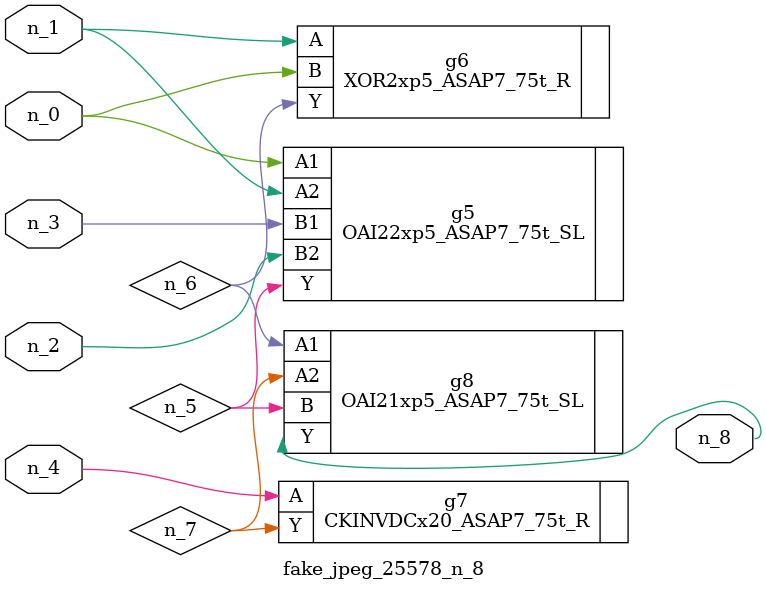
<source format=v>
module fake_jpeg_25578_n_8 (n_3, n_2, n_1, n_0, n_4, n_8);

input n_3;
input n_2;
input n_1;
input n_0;
input n_4;

output n_8;

wire n_6;
wire n_5;
wire n_7;

OAI22xp5_ASAP7_75t_SL g5 ( 
.A1(n_0),
.A2(n_1),
.B1(n_3),
.B2(n_2),
.Y(n_5)
);

XOR2xp5_ASAP7_75t_R g6 ( 
.A(n_1),
.B(n_0),
.Y(n_6)
);

CKINVDCx20_ASAP7_75t_R g7 ( 
.A(n_4),
.Y(n_7)
);

OAI21xp5_ASAP7_75t_SL g8 ( 
.A1(n_6),
.A2(n_7),
.B(n_5),
.Y(n_8)
);


endmodule
</source>
